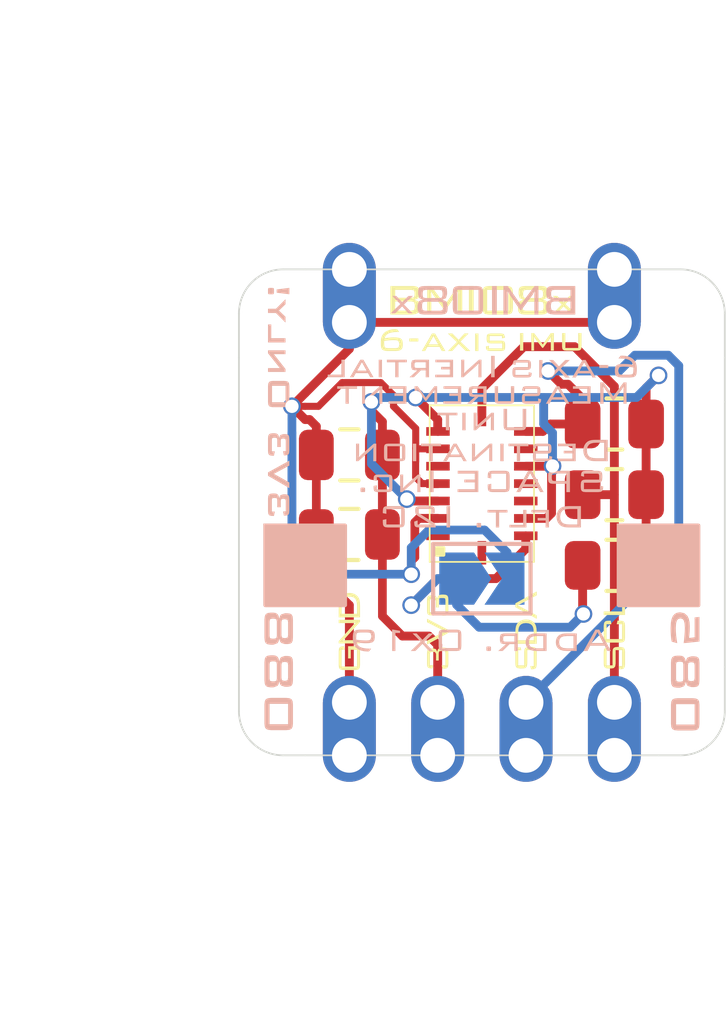
<source format=kicad_pcb>
(kicad_pcb (version 20211014) (generator pcbnew)
  (layers (0 "F.Cu" signal) (31 "B.Cu" signal) (34 "B.Paste" user) (35 "F.Paste" user) (36 "B.SilkS" user "B.Silkscreen") (37 "F.SilkS" user "F.Silkscreen") (38 "B.Mask" user) (39 "F.Mask" user) (44 "Edge.Cuts" user))
  (net 0 "")
  (net 1 "+3V3")
  (net 2 "GND")
  (net 3 "SDA")
  (net 4 "SCL")
  (net 5 "SDO1")
  (net 6 "Net-(U1-Pad1)")
  (net 7 "Net-(U1-Pad5)")
  (net 8 "Net-(U1-Pad10)")
  (net 9 "Net-(U1-Pad12)")
  (net 10 "Net-(U1-Pad13)")
  (net 11 "Net-(U1-Pad16)")
  (footprint "DS-sensors:BMI088" (layer "F.Cu") (at 144.78 80.899 180)
    (fp_text reference "U1" hide)
    (fp_text value "BMI088")
    (pad "1" smd rect locked (at 1.2625 0.85 180) (size 0.675 0.25) (layers "F.Cu" "F.Paste" "F.Mask") (net 6 "Net-(U1-Pad1)"))
    (pad "2" smd rect locked (at 1.2625 1.35 180) (size 0.675 0.25) (layers "F.Cu" "F.Paste" "F.Mask") (net 2 "GND"))
    (pad "3" smd rect locked (at 1.2625 1.85 180) (size 0.675 0.25) (layers "F.Cu" "F.Paste" "F.Mask") (net 1 "+3V3"))
    (pad "4" smd rect locked (at 1.2625 2.35 180) (size 0.675 0.25) (layers "F.Cu" "F.Paste" "F.Mask") (net 2 "GND"))
    (pad "5" smd rect locked (at 1.2625 2.85 180) (size 0.675 0.25) (layers "F.Cu" "F.Paste" "F.Mask") (net 7 "Net-(U1-Pad5)"))
    (pad "6" smd rect locked (at 1.2625 3.35 180) (size 0.675 0.25) (layers "F.Cu" "F.Paste" "F.Mask") (net 2 "GND"))
    (pad "7" smd rect locked (at 1.2625 3.85 180) (size 0.675 0.25) (layers "F.Cu" "F.Paste" "F.Mask") (net 1 "+3V3"))
    (pad "8" smd rect locked (at 0 4.3375 270) (size 0.675 0.25) (layers "F.Cu" "F.Paste" "F.Mask") (net 4 "SCL"))
    (pad "9" smd rect locked (at -1.2625 3.85) (size 0.675 0.25) (layers "F.Cu" "F.Paste" "F.Mask") (net 3 "SDA"))
    (pad "10" smd rect locked (at -1.2625 3.35) (size 0.675 0.25) (layers "F.Cu" "F.Paste" "F.Mask") (net 8 "Net-(U1-Pad10)"))
    (pad "11" smd rect locked (at -1.2625 2.85) (size 0.675 0.25) (layers "F.Cu" "F.Paste" "F.Mask") (net 1 "+3V3"))
    (pad "12" smd rect locked (at -1.2625 2.35) (size 0.675 0.25) (layers "F.Cu" "F.Paste" "F.Mask") (net 9 "Net-(U1-Pad12)"))
    (pad "13" smd rect locked (at -1.2625 1.85) (size 0.675 0.25) (layers "F.Cu" "F.Paste" "F.Mask") (net 10 "Net-(U1-Pad13)"))
    (pad "14" smd rect locked (at -1.2625 1.35) (size 0.675 0.25) (layers "F.Cu" "F.Paste" "F.Mask") (net 1 "+3V3"))
    (pad "15" smd rect locked (at -1.2625 0.85) (size 0.675 0.25) (layers "F.Cu" "F.Paste" "F.Mask") (net 5 "SDO1"))
    (pad "16" smd rect locked (at 0 0.3625 90) (size 0.675 0.25) (layers "F.Cu" "F.Paste" "F.Mask") (net 11 "Net-(U1-Pad16)"))
  )
  (footprint "DS-connectors:Castellated_PinHeader_01x01_P2.54mm_Vertical" (layer "F.Cu") (at 138.938 73.914 90)
    (fp_text reference "J2" hide)
    (fp_text value "Castellated_Conn_01x01")
    (pad "1" thru_hole custom locked (at 0 2.032 90) (size 1.524 1.524) (drill 1) (layers *.Cu *.Mask) (net 2 "GND") (options (clearance outline) (anchor circle)) (primitives (gr_poly (pts (xy 1.524 0.7493) (xy 0 0.7493) (xy 0 -0.7493) (xy 1.524 -0.7493)) (width 0.0254) (fill yes))))
    (pad "1" thru_hole circle locked (at 1.524 2.032 90) (size 1.524 1.524) (drill 1) (layers *.Cu *.Mask) (net 2 "GND"))
  )
  (footprint "DS-connectors:Castellated_PinHeader_01x01_P2.54mm_Vertical" (layer "F.Cu") (at 146.558 73.914 90)
    (fp_text reference "J3" hide)
    (fp_text value "Castellated_Conn_01x01")
    (pad "1" thru_hole circle locked (at 1.524 2.032 90) (size 1.524 1.524) (drill 1) (layers *.Cu *.Mask) (net 2 "GND"))
    (pad "1" thru_hole custom locked (at 0 2.032 90) (size 1.524 1.524) (drill 1) (layers *.Cu *.Mask) (net 2 "GND") (options (clearance outline) (anchor circle)) (primitives (gr_poly (pts (xy 1.524 0.7493) (xy 0 0.7493) (xy 0 -0.7493) (xy 1.524 -0.7493)) (width 0.0254) (fill yes))))
  )
  (footprint "Capacitor_SMD:C_0805_2012Metric" (layer "F.Cu") (at 140.97 80.01 180)
    (fp_text reference "C1" hide)
    (fp_text value "0.1uF")
    (pad "1" smd roundrect locked (at -0.95 0 180) (size 1 1.45) (layers "F.Cu" "F.Paste" "F.Mask") (net 1 "+3V3"))
    (pad "2" smd roundrect locked (at 0.95 0 180) (size 1 1.45) (layers "F.Cu" "F.Paste" "F.Mask") (net 2 "GND"))
  )
  (footprint "Capacitor_SMD:C_0805_2012Metric" (layer "F.Cu") (at 140.97 77.724 180)
    (fp_text reference "C2" hide)
    (fp_text value "0.1uF")
    (pad "1" smd roundrect locked (at -0.95 0 180) (size 1 1.45) (layers "F.Cu" "F.Paste" "F.Mask") (net 1 "+3V3"))
    (pad "2" smd roundrect locked (at 0.95 0 180) (size 1 1.45) (layers "F.Cu" "F.Paste" "F.Mask") (net 2 "GND"))
  )
  (footprint "Resistor_SMD:R_0805_2012Metric" (layer "F.Cu") (at 148.59 80.899)
    (fp_text reference "R1" hide)
    (fp_text value "4.7k")
    (pad "1" smd roundrect locked (at -0.9125 0) (size 1.025 1.4) (layers "F.Cu" "F.Paste" "F.Mask") (roundrect_rratio 0.243902) (net 5 "SDO1"))
    (pad "2" smd roundrect locked (at 0.9125 0) (size 1.025 1.4) (layers "F.Cu" "F.Paste" "F.Mask") (roundrect_rratio 0.243902) (net 1 "+3V3"))
  )
  (footprint "Resistor_SMD:R_0805_2012Metric" (layer "F.Cu") (at 148.59 78.867 180)
    (fp_text reference "R2" hide)
    (fp_text value "4..7k")
    (pad "1" smd roundrect locked (at -0.9125 0 180) (size 1.025 1.4) (layers "F.Cu" "F.Paste" "F.Mask") (roundrect_rratio 0.243902) (net 1 "+3V3"))
    (pad "2" smd roundrect locked (at 0.9125 0 180) (size 1.025 1.4) (layers "F.Cu" "F.Paste" "F.Mask") (roundrect_rratio 0.243902) (net 4 "SCL"))
  )
  (footprint "Resistor_SMD:R_0805_2012Metric" (layer "F.Cu") (at 148.59 76.835 180)
    (fp_text reference "R3" hide)
    (fp_text value "4.7k")
    (pad "1" smd roundrect locked (at -0.9125 0 180) (size 1.025 1.4) (layers "F.Cu" "F.Paste" "F.Mask") (roundrect_rratio 0.243902) (net 1 "+3V3"))
    (pad "2" smd roundrect locked (at 0.9125 0 180) (size 1.025 1.4) (layers "F.Cu" "F.Paste" "F.Mask") (roundrect_rratio 0.243902) (net 3 "SDA"))
  )
  (footprint "kibuzzard-620951CC" (layer "F.Cu") (at 142.5702 73.279)
    (fp_text reference "kibuzzard-620951CC" hide)
    (fp_text value "G***" hide)
  )
  (footprint "kibuzzard-620949FF" (layer "F.Cu") (at 146.05 83.566 90)
    (fp_text reference "kibuzzard-620949FF" hide)
    (fp_text value "G***" hide)
  )
  (footprint "kibuzzard-620949FF" (layer "F.Cu") (at 148.59 83.566 90)
    (fp_text reference "kibuzzard-620949FF" hide)
    (fp_text value "G***" hide)
  )
  (footprint "kibuzzard-620949C8" (layer "F.Cu") (at 140.97 82.042 90)
    (fp_text reference "kibuzzard-620949C8" hide)
    (fp_text value "G***" hide)
  )
  (footprint "kibuzzard-620949D5" (layer "F.Cu") (at 143.51 82.042 90)
    (fp_text reference "kibuzzard-620949D5" hide)
    (fp_text value "G***" hide)
  )
  (footprint "kibuzzard-620951D8" (layer "F.Cu") (at 144.4752 73.279)
    (fp_text reference "kibuzzard-620951D8" hide)
    (fp_text value "G***" hide)
  )
  (footprint "kibuzzard-62094A25" (layer "F.Cu") (at 148.59 82.804 90)
    (fp_text reference "kibuzzard-62094A25" hide)
    (fp_text value "G***" hide)
  )
  (footprint "kibuzzard-62094A2C" (layer "F.Cu") (at 148.59 82.042 90)
    (fp_text reference "kibuzzard-62094A2C" hide)
    (fp_text value "G***" hide)
  )
  (footprint "kibuzzard-620952E5" (layer "F.Cu") (at 146.7612 74.4728)
    (fp_text reference "kibuzzard-620952E5" hide)
    (fp_text value "G***" hide)
  )
  (footprint "kibuzzard-620949E0" (layer "F.Cu") (at 143.51 82.804 90)
    (fp_text reference "kibuzzard-620949E0" hide)
    (fp_text value "G***" hide)
  )
  (footprint "kibuzzard-620949C8" (layer "F.Cu") (at 146.05 82.804 90)
    (fp_text reference "kibuzzard-620949C8" hide)
    (fp_text value "G***" hide)
  )
  (footprint "kibuzzard-620949BC" (layer "F.Cu") (at 140.97 82.804 90)
    (fp_text reference "kibuzzard-620949BC" hide)
    (fp_text value "G***" hide)
  )
  (footprint "kibuzzard-620949A9" (layer "F.Cu") (at 140.97 83.566 90)
    (fp_text reference "kibuzzard-620949A9" hide)
    (fp_text value "G***" hide)
  )
  (footprint "kibuzzard-620949D5" (layer "F.Cu") (at 143.51 83.566 90)
    (fp_text reference "kibuzzard-620949D5" hide)
    (fp_text value "G***" hide)
  )
  (footprint "kibuzzard-620951DF" (layer "F.Cu") (at 145.2372 73.279)
    (fp_text reference "kibuzzard-620951DF" hide)
    (fp_text value "G***" hide)
  )
  (footprint "kibuzzard-620952C5" (layer "F.Cu") (at 143.6624 74.422)
    (fp_text reference "kibuzzard-620952C5" hide)
    (fp_text value "G***" hide)
  )
  (footprint "kibuzzard-62094A0D" (layer "F.Cu") (at 146.05 82.042 90)
    (fp_text reference "kibuzzard-62094A0D" hide)
    (fp_text value "G***" hide)
  )
  (footprint "kibuzzard-62095215" (layer "F.Cu") (at 147.1422 73.406)
    (fp_text reference "kibuzzard-62095215" hide)
    (fp_text value "G***" hide)
  )
  (footprint "kibuzzard-620951D1" (layer "F.Cu") (at 143.7132 73.279)
    (fp_text reference "kibuzzard-620951D1" hide)
    (fp_text value "G***" hide)
  )
  (footprint "kibuzzard-620951E4" (layer "F.Cu") (at 146.2532 73.279)
    (fp_text reference "kibuzzard-620951E4" hide)
    (fp_text value "G***" hide)
  )
  (footprint "Jumper:SolderJumper-2_P1.3mm_Open_TrianglePad1.0x1.5mm" (layer "B.Cu") (at 144.78 81.28)
    (fp_text reference "JP1" hide)
    (fp_text value "Jumper")
    (pad "1" smd custom locked (at -0.725 0) (size 0.3 0.3) (layers "B.Cu" "B.Mask") (net 5 "SDO1") (options (clearance outline) (anchor rect)) (primitives (gr_poly (pts (xy 1 0) (xy 0.5 0.75) (xy -0.5 0.75) (xy -0.5 -0.75) (xy 0.5 -0.75)) (width 0) (fill yes))))
    (pad "2" smd custom locked (at 0.725 0) (size 0.3 0.3) (layers "B.Cu" "B.Mask") (net 2 "GND") (options (clearance outline) (anchor rect)) (primitives (gr_poly (pts (xy 0.5 0.75) (xy -0.65 0.75) (xy -0.15 0) (xy -0.65 -0.75) (xy 0.5 -0.75)) (width 0) (fill yes))))
  )
  (footprint "DS-connectors:Castellated_PinHeader_01x04_P2.54mm_Vertical" (layer "B.Cu") (at 138.43 84.836 -90)
    (fp_text reference "J1" hide)
    (fp_text value "Castellated_Conn_01x04")
    (pad "1" thru_hole custom locked (at 0 -2.54 270) (size 1.524 1.524) (drill 1) (layers *.Cu *.Mask) (net 2 "GND") (options (clearance outline) (anchor circle)) (primitives (gr_poly (pts (xy 1.524 0.7493) (xy 0 0.7493) (xy 0 -0.7493) (xy 1.524 -0.7493)) (width 0.0254) (fill yes))))
    (pad "1" thru_hole circle locked (at 1.524 -2.54 270) (size 1.524 1.524) (drill 1) (layers *.Cu *.Mask) (net 2 "GND"))
    (pad "2" thru_hole circle locked (at 1.524 -5.08 270) (size 1.524 1.524) (drill 1) (layers *.Cu *.Mask) (net 1 "+3V3"))
    (pad "2" thru_hole custom locked (at 0 -5.08 270) (size 1.524 1.524) (drill 1) (layers *.Cu *.Mask) (net 1 "+3V3") (options (clearance outline) (anchor circle)) (primitives (gr_poly (pts (xy 1.524 0.7493) (xy 0 0.7493) (xy 0 -0.7493) (xy 1.524 -0.7493)) (width 0.0254) (fill yes))))
    (pad "3" thru_hole custom locked (at 0 -7.62 270) (size 1.524 1.524) (drill 1) (layers *.Cu *.Mask) (net 3 "SDA") (options (clearance outline) (anchor circle)) (primitives (gr_poly (pts (xy 1.524 0.7493) (xy 0 0.7493) (xy 0 -0.7493) (xy 1.524 -0.7493)) (width 0.0254) (fill yes))))
    (pad "3" thru_hole circle locked (at 1.524 -7.62 270) (size 1.524 1.524) (drill 1) (layers *.Cu *.Mask) (net 3 "SDA"))
    (pad "4" thru_hole custom locked (at 0 -10.16 270) (size 1.524 1.524) (drill 1) (layers *.Cu *.Mask) (net 4 "SCL") (options (clearance outline) (anchor circle)) (primitives (gr_poly (pts (xy 1.524 0.7493) (xy 0 0.7493) (xy 0 -0.7493) (xy 1.524 -0.7493)) (width 0.0254) (fill yes))))
    (pad "4" thru_hole circle locked (at 1.524 -10.16 270) (size 1.524 1.524) (drill 1) (layers *.Cu *.Mask) (net 4 "SCL"))
  )
  (footprint "kibuzzard-6209548F" (layer "B.Cu") (at 144.78 83.058 180)
    (fp_text reference "kibuzzard-6209548F" hide)
    (fp_text value "G***" hide)
  )
  (footprint "kibuzzard-620952C5" (layer "B.Cu") (at 147.447 75.184 180)
    (fp_text reference "kibuzzard-620952C5" hide)
    (fp_text value "G***" hide)
  )
  (footprint "kibuzzard-620951D1" (layer "B.Cu") (at 145.903372 73.279 180)
    (fp_text reference "kibuzzard-620951D1" hide)
    (fp_text value "G***" hide)
  )
  (footprint "kibuzzard-62094D35" (layer "B.Cu") (at 144.78 77.597 180)
    (fp_text reference "kibuzzard-62094D35" hide)
    (fp_text value "G***" hide)
  )
  (footprint "kibuzzard-62095215" (layer "B.Cu") (at 142.474372 73.406 180)
    (fp_text reference "kibuzzard-62095215" hide)
    (fp_text value "G***" hide)
  )
  (footprint "kibuzzard-62430741" (layer "B.Cu") (at 138.938 83.947 90)
    (fp_text reference "kibuzzard-62430741" hide)
    (fp_text value "G***" hide)
  )
  (footprint "kibuzzard-62095400" (layer "B.Cu") (at 144.78 75.946 180)
    (fp_text reference "kibuzzard-62095400" hide)
    (fp_text value "G***" hide)
  )
  (footprint "kibuzzard-620951D8" (layer "B.Cu") (at 145.141372 73.279 180)
    (fp_text reference "kibuzzard-620951D8" hide)
    (fp_text value "G***" hide)
  )
  (footprint "kibuzzard-620953F4" (layer "B.Cu") (at 142.748 75.184 180)
    (fp_text reference "kibuzzard-620953F4" hide)
    (fp_text value "G***" hide)
  )
  (footprint "kibuzzard-620951CC" (layer "B.Cu") (at 147.046372 73.279 180)
    (fp_text reference "kibuzzard-620951CC" hide)
    (fp_text value "G***" hide)
  )
  (footprint "kibuzzard-624306DE" (layer "B.Cu") (at 150.622 83.947 90)
    (fp_text reference "kibuzzard-624306DE" hide)
    (fp_text value "G***" hide)
  )
  (footprint "kibuzzard-62094D47" (layer "B.Cu") (at 144.78 78.486 180)
    (fp_text reference "kibuzzard-62094D47" hide)
    (fp_text value "G***" hide)
  )
  (footprint "kibuzzard-620951E4" (layer "B.Cu") (at 143.363372 73.279 180)
    (fp_text reference "kibuzzard-620951E4" hide)
    (fp_text value "G***" hide)
  )
  (footprint "kibuzzard-62095413" (layer "B.Cu") (at 144.78 76.708 180)
    (fp_text reference "kibuzzard-62095413" hide)
    (fp_text value "G***" hide)
  )
  (footprint "kibuzzard-620951DF" (layer "B.Cu") (at 144.379372 73.279 180)
    (fp_text reference "kibuzzard-620951DF" hide)
    (fp_text value "G***" hide)
  )
  (footprint "kibuzzard-62095084" (layer "B.Cu") (at 144.78 79.502 180)
    (fp_text reference "kibuzzard-62095084" hide)
    (fp_text value "G***" hide)
  )
  (footprint "kibuzzard-6243078B" (layer "B.Cu") (at 138.938 76.2 90)
    (fp_text reference "kibuzzard-6243078B" hide)
    (fp_text value "G***" hide)
  )
  (gr_rect (start 148.717 82.042) (end 151.003 79.756) (layer "B.SilkS") (width 0.12) (fill solid))
  (gr_rect (start 138.557 82.042) (end 140.843 79.756) (layer "B.SilkS") (width 0.12) (fill solid))
  (gr_line (start 151.765 76.2) (end 151.765 83.82) (layer "Edge.Cuts") (width 0.05))
  (gr_line (start 150.495 86.36) (end 149.86 86.36) (layer "Edge.Cuts") (width 0.05))
  (gr_line (start 139.065 86.36) (end 139.7 86.36) (layer "Edge.Cuts") (width 0.05))
  (gr_line (start 139.065 72.39) (end 139.7 72.39) (layer "Edge.Cuts") (width 0.05))
  (gr_line (start 137.795 74.93) (end 137.795 73.66) (layer "Edge.Cuts") (width 0.05))
  (gr_line (start 151.765 74.93) (end 151.765 73.66) (layer "Edge.Cuts") (width 0.05))
  (gr_line (start 150.495 72.39) (end 148.59 72.39) (layer "Edge.Cuts") (width 0.05))
  (gr_line (start 148.59 86.36) (end 149.86 86.36) (layer "Edge.Cuts") (width 0.05))
  (gr_line (start 140.97 72.39) (end 139.7 72.39) (layer "Edge.Cuts") (width 0.05))
  (gr_arc (start 137.795 73.66) (mid 138.166974 72.761974) (end 139.065 72.39) (layer "Edge.Cuts") (width 0.05))
  (gr_line (start 137.795 83.82) (end 137.795 85.09) (layer "Edge.Cuts") (width 0.05))
  (gr_arc (start 139.065 86.36) (mid 138.166974 85.988026) (end 137.795 85.09) (layer "Edge.Cuts") (width 0.05))
  (gr_line (start 151.765 83.82) (end 151.765 85.09) (layer "Edge.Cuts") (width 0.05))
  (gr_arc (start 151.765 85.09) (mid 151.393026 85.988026) (end 150.495 86.36) (layer "Edge.Cuts") (width 0.05))
  (gr_line (start 151.765 76.2) (end 151.765 74.93) (layer "Edge.Cuts") (width 0.05))
  (gr_line (start 140.97 86.36) (end 148.59 86.36) (layer "Edge.Cuts") (width 0.05))
  (gr_line (start 137.795 76.2) (end 137.795 83.82) (layer "Edge.Cuts") (width 0.05))
  (gr_line (start 140.97 86.36) (end 139.7 86.36) (layer "Edge.Cuts") (width 0.05))
  (gr_arc (start 150.495 72.39) (mid 151.393026 72.761974) (end 151.765 73.66) (layer "Edge.Cuts") (width 0.05))
  (gr_line (start 140.97 72.39) (end 148.59 72.39) (layer "Edge.Cuts") (width 0.05))
  (gr_line (start 137.795 76.2) (end 137.795 74.93) (layer "Edge.Cuts") (width 0.05))
  (segment (start 146.634 79.549) (end 146.78399 79.39901) (width 0.254) (layer "F.Cu") (net 1))
  (segment (start 141.92 80.01) (end 141.92 82.357) (width 0.25) (layer "F.Cu") (net 1))
  (segment (start 143.256 82.931) (end 143.51 83.185) (width 0.254) (layer "F.Cu") (net 1))
  (segment (start 143.51 76.708) (end 143.51 77.0415) (width 0.254) (layer "F.Cu") (net 1))
  (segment (start 142.676 79.049) (end 142.621 78.994) (width 0.254) (layer "F.Cu") (net 1))
  (segment (start 146.0425 79.549) (end 146.634 79.549) (width 0.254) (layer "F.Cu") (net 1))
  (segment (start 149.5025 80.899) (end 149.5025 78.867) (width 0.254) (layer "F.Cu") (net 1))
  (segment (start 141.92 80.01) (end 141.92 77.724) (width 0.254) (layer "F.Cu") (net 1))
  (segment (start 142.046 78.025) (end 141.999 77.978) (width 0.25) (layer "F.Cu") (net 1))
  (segment (start 146.78399 78.06951) (end 146.812 78.0415) (width 0.254) (layer "F.Cu") (net 1))
  (segment (start 141.605 76.2) (end 141.605 76.454) (width 0.254) (layer "F.Cu") (net 1))
  (segment (start 141.605 76.454) (end 141.92 76.769) (width 0.254) (layer "F.Cu") (net 1))
  (segment (start 142.494 82.931) (end 143.256 82.931) (width 0.254) (layer "F.Cu") (net 1))
  (segment (start 149.5025 75.7955) (end 149.86 75.438) (width 0.254) (layer "F.Cu") (net 1))
  (segment (start 142.875 76.073) (end 143.51 76.708) (width 0.254) (layer "F.Cu") (net 1))
  (segment (start 146.0425 78.049) (end 146.8045 78.049) (width 0.254) (layer "F.Cu") (net 1))
  (segment (start 143.5175 79.049) (end 142.676 79.049) (width 0.254) (layer "F.Cu") (net 1))
  (segment (start 149.5025 78.867) (end 149.5025 76.835) (width 0.254) (layer "F.Cu") (net 1))
  (segment (start 146.8045 78.049) (end 146.812 78.0415) (width 0.254) (layer "F.Cu") (net 1))
  (segment (start 143.51 83.185) (end 143.51 84.836) (width 0.254) (layer "F.Cu") (net 1))
  (segment (start 141.92 76.769) (end 141.92 77.724) (width 0.254) (layer "F.Cu") (net 1))
  (segment (start 146.78399 79.39901) (end 146.78399 78.06951) (width 0.254) (layer "F.Cu") (net 1))
  (segment (start 143.51 77.0415) (end 143.5175 77.049) (width 0.254) (layer "F.Cu") (net 1))
  (segment (start 149.5025 76.835) (end 149.5025 75.7955) (width 0.254) (layer "F.Cu") (net 1))
  (segment (start 141.92 82.357) (end 142.494 82.931) (width 0.25) (layer "F.Cu") (net 1))
  (via (at 146.812 78.0415) (size 0.508) (drill 0.381) (layers "F.Cu" "B.Cu") (net 1))
  (via (at 142.875 76.073) (size 0.508) (drill 0.381) (layers "F.Cu" "B.Cu") (net 1))
  (via (at 142.621 78.994) (size 0.508) (drill 0.381) (layers "F.Cu" "B.Cu") (net 1))
  (via (at 141.605 76.2) (size 0.508) (drill 0.381) (layers "F.Cu" "B.Cu") (net 1))
  (via (at 149.86 75.438) (size 0.508) (drill 0.381) (layers "F.Cu" "B.Cu") (net 1))
  (segment (start 142.875 76.073) (end 142.875 76.073) (width 0.254) (layer "B.Cu") (net 1))
  (segment (start 146.558 76.073) (end 146.558 76.835) (width 0.254) (layer "B.Cu") (net 1))
  (segment (start 146.812 77.089) (end 146.812 78.0415) (width 0.254) (layer "B.Cu") (net 1))
  (segment (start 142.875 76.073) (end 141.732 76.073) (width 0.254) (layer "B.Cu") (net 1))
  (segment (start 146.558 76.073) (end 149.225 76.073) (width 0.254) (layer "B.Cu") (net 1))
  (segment (start 141.732 76.073) (end 141.605 76.2) (width 0.254) (layer "B.Cu") (net 1))
  (segment (start 141.605 76.2) (end 141.605 77.978) (width 0.254) (layer "B.Cu") (net 1))
  (segment (start 141.605 77.978) (end 142.621 78.994) (width 0.254) (layer "B.Cu") (net 1))
  (segment (start 146.558 76.835) (end 146.812 77.089) (width 0.254) (layer "B.Cu") (net 1))
  (segment (start 149.225 76.073) (end 149.86 75.438) (width 0.254) (layer "B.Cu") (net 1))
  (segment (start 146.558 76.073) (end 142.875 76.073) (width 0.254) (layer "B.Cu") (net 1))
  (segment (start 142.748 80.772) (end 142.748 81.153) (width 0.25) (layer "F.Cu") (net 2))
  (segment (start 140.97 73.914) (end 140.97 74.676) (width 0.254) (layer "F.Cu") (net 2))
  (segment (start 142.852999 79.662399) (end 142.852999 80.667001) (width 0.25) (layer "F.Cu") (net 2))
  (segment (start 139.827 76.708) (end 139.7 76.708) (width 0.254) (layer "F.Cu") (net 2))
  (segment (start 142.878399 76.965399) (end 142.24 76.327) (width 0.2032) (layer "F.Cu") (net 2))
  (segment (start 143.5175 78.549) (end 143.06179 78.549) (width 0.2032) (layer "F.Cu") (net 2))
  (segment (start 140.02 80.01) (end 140.02 77.724) (width 0.25) (layer "F.Cu") (net 2))
  (segment (start 142.878399 77.536899) (end 142.878399 76.965399) (width 0.2032) (layer "F.Cu") (net 2))
  (segment (start 142.966398 79.549) (end 143.5175 79.549) (width 0.254) (layer "F.Cu") (net 2))
  (segment (start 142.878399 77.911101) (end 142.878399 77.536899) (width 0.2032) (layer "F.Cu") (net 2))
  (segment (start 142.852999 80.667001) (end 142.748 80.772) (width 0.25) (layer "F.Cu") (net 2))
  (segment (start 140.97 82.042) (end 140.97 84.836) (width 0.254) (layer "F.Cu") (net 2))
  (segment (start 140.081 76.327) (end 139.7 76.327) (width 0.2032) (layer "F.Cu") (net 2))
  (segment (start 140.02 76.901) (end 139.827 76.708) (width 0.254) (layer "F.Cu") (net 2))
  (segment (start 141.871689 75.644399) (end 140.763601 75.644399) (width 0.2032) (layer "F.Cu") (net 2))
  (segment (start 140.97 82.042) (end 140.02 81.092) (width 0.25) (layer "F.Cu") (net 2))
  (segment (start 139.7 75.946) (end 139.319 76.327) (width 0.254) (layer "F.Cu") (net 2))
  (segment (start 143.5175 78.549) (end 143.319 78.549) (width 0.254) (layer "F.Cu") (net 2))
  (segment (start 142.8905 77.549) (end 142.878399 77.536899) (width 0.2032) (layer "F.Cu") (net 2))
  (segment (start 139.7 76.327) (end 139.319 76.327) (width 0.2032) (layer "F.Cu") (net 2))
  (segment (start 142.24 76.327) (end 142.24 76.01271) (width 0.2032) (layer "F.Cu") (net 2))
  (segment (start 142.875 77.9145) (end 142.878399 77.911101) (width 0.2032) (layer "F.Cu") (net 2))
  (segment (start 142.875 78.36221) (end 142.875 77.9145) (width 0.2032) (layer "F.Cu") (net 2))
  (segment (start 143.319 78.549) (end 143.3185 78.5495) (width 0.254) (layer "F.Cu") (net 2))
  (segment (start 143.5175 77.549) (end 142.8905 77.549) (width 0.2032) (layer "F.Cu") (net 2))
  (segment (start 140.02 77.724) (end 140.02 76.901) (width 0.254) (layer "F.Cu") (net 2))
  (segment (start 140.97 74.676) (end 139.7 75.946) (width 0.254) (layer "F.Cu") (net 2))
  (segment (start 139.7 76.708) (end 139.319 76.327) (width 0.254) (layer "F.Cu") (net 2))
  (segment (start 140.02 81.092) (end 140.02 80.01) (width 0.25) (layer "F.Cu") (net 2))
  (segment (start 143.06179 78.549) (end 142.875 78.36221) (width 0.2032) (layer "F.Cu") (net 2))
  (segment (start 142.24 76.01271) (end 141.871689 75.644399) (width 0.2032) (layer "F.Cu") (net 2))
  (segment (start 142.852999 79.662399) (end 142.966398 79.549) (width 0.254) (layer "F.Cu") (net 2))
  (segment (start 140.97 73.914) (end 148.59 73.914) (width 0.254) (layer "F.Cu") (net 2))
  (segment (start 140.763601 75.644399) (end 140.081 76.327) (width 0.2032) (layer "F.Cu") (net 2))
  (via (at 142.748 81.153) (size 0.508) (drill 0.381) (layers "F.Cu" "B.Cu") (net 2))
  (via (at 139.319 76.327) (size 0.508) (drill 0.381) (layers "F.Cu" "B.Cu") (net 2))
  (segment (start 144.858 79.883) (end 145.505 80.53) (width 0.254) (layer "B.Cu") (net 2))
  (segment (start 145.505 80.53) (end 145.505 81.28) (width 0.254) (layer "B.Cu") (net 2))
  (segment (start 142.748 80.391) (end 143.256 79.883) (width 0.25) (layer "B.Cu") (net 2))
  (segment (start 140.081 81.153) (end 139.954 81.026) (width 0.25) (layer "B.Cu") (net 2))
  (segment (start 143.256 79.883) (end 144.858 79.883) (width 0.25) (layer "B.Cu") (net 2))
  (segment (start 142.748 81.153) (end 142.748 80.391) (width 0.25) (layer "B.Cu") (net 2))
  (segment (start 139.954 81.026) (end 139.319 80.391) (width 0.254) (layer "B.Cu") (net 2))
  (segment (start 139.319 76.68621) (end 139.319 76.327) (width 0.25) (layer "B.Cu") (net 2))
  (segment (start 142.748 81.153) (end 140.081 81.153) (width 0.25) (layer "B.Cu") (net 2))
  (segment (start 139.319 80.391) (end 139.319001 77.088999) (width 0.254) (layer "B.Cu") (net 2))
  (segment (start 139.319001 77.088999) (end 139.319 76.68621) (width 0.25) (layer "B.Cu") (net 2))
  (segment (start 146.5345 77.049) (end 146.7485 76.835) (width 0.254) (layer "F.Cu") (net 3))
  (segment (start 147.066 75.692) (end 147.2565 75.692) (width 0.254) (layer "F.Cu") (net 3))
  (segment (start 146.0425 77.049) (end 146.5345 77.049) (width 0.254) (layer "F.Cu") (net 3))
  (segment (start 147.471 77.049) (end 147.511 77.089) (width 0.254) (layer "F.Cu") (net 3))
  (segment (start 147.2565 75.692) (end 147.6775 76.113) (width 0.254) (layer "F.Cu") (net 3))
  (segment (start 146.7485 76.835) (end 147.6775 76.835) (width 0.254) (layer "F.Cu") (net 3))
  (segment (start 147.6775 76.835) (end 147.6775 76.113) (width 0.254) (layer "F.Cu") (net 3))
  (segment (start 146.685 75.311) (end 147.066 75.692) (width 0.254) (layer "F.Cu") (net 3))
  (via (at 146.685 75.311) (size 0.508) (drill 0.381) (layers "F.Cu" "B.Cu") (net 3))
  (segment (start 148.727905 75.311) (end 147.04421 75.311) (width 0.254) (layer "B.Cu") (net 3))
  (segment (start 147.04421 75.311) (end 146.685 75.311) (width 0.254) (layer "B.Cu") (net 3))
  (segment (start 150.138881 74.856999) (end 149.181906 74.856999) (width 0.254) (layer "B.Cu") (net 3))
  (segment (start 146.05 84.836) (end 150.441001 80.444999) (width 0.254) (layer "B.Cu") (net 3))
  (segment (start 149.181906 74.856999) (end 148.727905 75.311) (width 0.254) (layer "B.Cu") (net 3))
  (segment (start 150.441001 80.444999) (end 150.441001 75.159119) (width 0.254) (layer "B.Cu") (net 3))
  (segment (start 150.441001 75.159119) (end 150.138881 74.856999) (width 0.254) (layer "B.Cu") (net 3))
  (segment (start 148.59 83.058) (end 148.59 84.836) (width 0.254) (layer "F.Cu") (net 4))
  (segment (start 144.78 76.5615) (end 144.78 75.819) (width 0.254) (layer "F.Cu") (net 4))
  (segment (start 145.9865 74.6125) (end 147.447 74.6125) (width 0.254) (layer "F.Cu") (net 4))
  (segment (start 144.78 75.819) (end 145.9865 74.6125) (width 0.254) (layer "F.Cu") (net 4))
  (segment (start 148.59 78.867) (end 148.59 83.058) (width 0.254) (layer "F.Cu") (net 4))
  (segment (start 147.6775 78.867) (end 148.59 78.867) (width 0.254) (layer "F.Cu") (net 4))
  (segment (start 147.447 74.6125) (end 148.59 75.7555) (width 0.254) (layer "F.Cu") (net 4))
  (segment (start 148.59 75.7555) (end 148.59 78.867) (width 0.254) (layer "F.Cu") (net 4))
  (segment (start 146.0425 80.049) (end 146.0425 80.424) (width 0.254) (layer "F.Cu") (net 5))
  (segment (start 146.0425 80.424) (end 145.1865 81.28) (width 0.254) (layer "F.Cu") (net 5))
  (segment (start 145.1865 81.28) (end 143.51 81.28) (width 0.254) (layer "F.Cu") (net 5))
  (segment (start 143.51 81.28) (end 142.748 82.042) (width 0.254) (layer "F.Cu") (net 5))
  (segment (start 147.6775 82.2725) (end 147.701 82.296) (width 0.254) (layer "F.Cu") (net 5))
  (segment (start 147.6775 80.899) (end 147.6775 82.2725) (width 0.254) (layer "F.Cu") (net 5))
  (via (at 142.748 82.042) (size 0.508) (drill 0.381) (layers "F.Cu" "B.Cu") (net 5))
  (via (at 147.701 82.296) (size 0.508) (drill 0.381) (layers "F.Cu" "B.Cu") (net 5))
  (segment (start 144.701999 82.676999) (end 147.320001 82.676999) (width 0.254) (layer "B.Cu") (net 5))
  (segment (start 143.51 81.28) (end 142.748 82.042) (width 0.254) (layer "B.Cu") (net 5))
  (segment (start 144.055 82.03) (end 144.701999 82.676999) (width 0.254) (layer "B.Cu") (net 5))
  (segment (start 144.055 81.28) (end 143.51 81.28) (width 0.254) (layer "B.Cu") (net 5))
  (segment (start 147.320001 82.676999) (end 147.701 82.296) (width 0.254) (layer "B.Cu") (net 5))
  (segment (start 144.055 81.28) (end 144.055 82.03) (width 0.254) (layer "B.Cu") (net 5))
)
</source>
